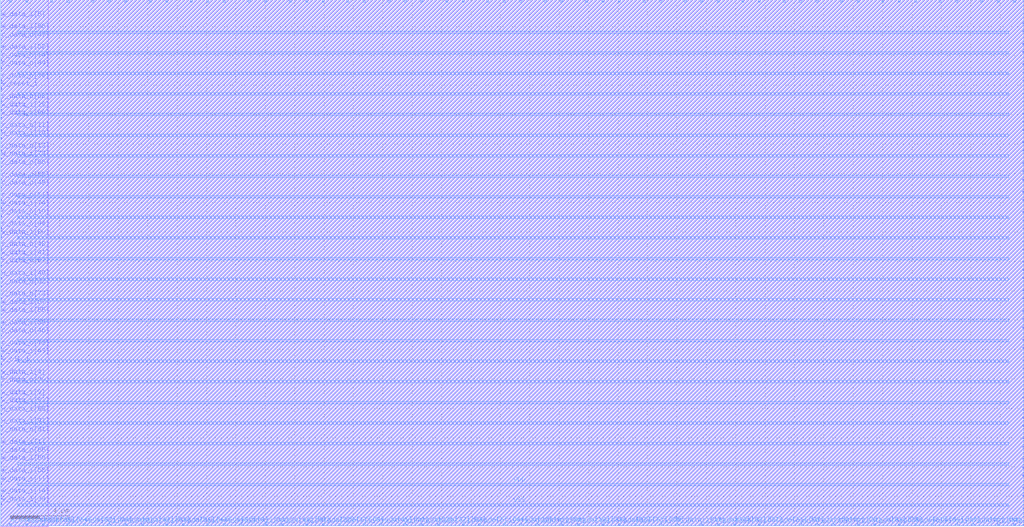
<source format=lef>
VERSION 5.8 ;
BUSBITCHARS "[]" ;
DIVIDERCHAR "/" ;
UNITS
    DATABASE MICRONS 2000 ;
END UNITS

MACRO bsg_mem_p99
  FOREIGN bsg_mem_p99 0 0 ;
  CLASS BLOCK ;
  SIZE 69.605 BY 35.805 ;
  PIN VSS
    USE GROUND ;
    DIRECTION INOUT ;
    PORT
      LAYER metal4 ;
        RECT  1.14 32.115 68.59 32.285 ;
        RECT  1.14 29.315 68.59 29.485 ;
        RECT  1.14 26.515 68.59 26.685 ;
        RECT  1.14 23.715 68.59 23.885 ;
        RECT  1.14 20.915 68.59 21.085 ;
        RECT  1.14 18.115 68.59 18.285 ;
        RECT  1.14 15.315 68.59 15.485 ;
        RECT  1.14 12.515 68.59 12.685 ;
        RECT  1.14 9.715 68.59 9.885 ;
        RECT  1.14 6.915 68.59 7.085 ;
        RECT  1.14 4.115 68.59 4.285 ;
        RECT  1.14 1.315 68.59 1.485 ;
    END
  END VSS
  PIN VDD
    USE POWER ;
    DIRECTION INOUT ;
    PORT
      LAYER metal4 ;
        RECT  1.14 33.515 68.59 33.685 ;
        RECT  1.14 30.715 68.59 30.885 ;
        RECT  1.14 27.915 68.59 28.085 ;
        RECT  1.14 25.115 68.59 25.285 ;
        RECT  1.14 22.315 68.59 22.485 ;
        RECT  1.14 19.515 68.59 19.685 ;
        RECT  1.14 16.715 68.59 16.885 ;
        RECT  1.14 13.915 68.59 14.085 ;
        RECT  1.14 11.115 68.59 11.285 ;
        RECT  1.14 8.315 68.59 8.485 ;
        RECT  1.14 5.515 68.59 5.685 ;
        RECT  1.14 2.715 68.59 2.885 ;
    END
  END VDD
  PIN r_addr_i
    DIRECTION INPUT ;
    USE SIGNAL ;
    PORT
      LAYER metal4 ;
        RECT  44.825 0 44.965 0.14 ;
    END
  END r_addr_i
  PIN r_data_o[0]
    DIRECTION OUTPUT ;
    USE SIGNAL ;
    PORT
      LAYER metal3 ;
        RECT  69.535 9.275 69.605 9.345 ;
    END
  END r_data_o[0]
  PIN r_data_o[10]
    DIRECTION OUTPUT ;
    USE SIGNAL ;
    PORT
      LAYER metal3 ;
        RECT  0 21.035 0.07 21.105 ;
    END
  END r_data_o[10]
  PIN r_data_o[11]
    DIRECTION OUTPUT ;
    USE SIGNAL ;
    PORT
      LAYER metal3 ;
        RECT  0 26.915 0.07 26.985 ;
    END
  END r_data_o[11]
  PIN r_data_o[12]
    DIRECTION OUTPUT ;
    USE SIGNAL ;
    PORT
      LAYER metal3 ;
        RECT  69.535 34.195 69.605 34.265 ;
    END
  END r_data_o[12]
  PIN r_data_o[13]
    DIRECTION OUTPUT ;
    USE SIGNAL ;
    PORT
      LAYER metal3 ;
        RECT  0 25.515 0.07 25.585 ;
    END
  END r_data_o[13]
  PIN r_data_o[14]
    DIRECTION OUTPUT ;
    USE SIGNAL ;
    PORT
      LAYER metal3 ;
        RECT  0 31.675 0.07 31.745 ;
    END
  END r_data_o[14]
  PIN r_data_o[15]
    DIRECTION OUTPUT ;
    USE SIGNAL ;
    PORT
      LAYER metal3 ;
        RECT  69.535 27.475 69.605 27.545 ;
    END
  END r_data_o[15]
  PIN r_data_o[16]
    DIRECTION OUTPUT ;
    USE SIGNAL ;
    PORT
      LAYER metal4 ;
        RECT  34.185 35.665 34.325 35.805 ;
    END
  END r_data_o[16]
  PIN r_data_o[17]
    DIRECTION OUTPUT ;
    USE SIGNAL ;
    PORT
      LAYER metal4 ;
        RECT  21.865 0 22.005 0.14 ;
    END
  END r_data_o[17]
  PIN r_data_o[18]
    DIRECTION OUTPUT ;
    USE SIGNAL ;
    PORT
      LAYER metal4 ;
        RECT  38.105 0 38.245 0.14 ;
    END
  END r_data_o[18]
  PIN r_data_o[19]
    DIRECTION OUTPUT ;
    USE SIGNAL ;
    PORT
      LAYER metal3 ;
        RECT  69.535 18.795 69.605 18.865 ;
    END
  END r_data_o[19]
  PIN r_data_o[1]
    DIRECTION OUTPUT ;
    USE SIGNAL ;
    PORT
      LAYER metal3 ;
        RECT  69.535 5.355 69.605 5.425 ;
    END
  END r_data_o[1]
  PIN r_data_o[20]
    DIRECTION OUTPUT ;
    USE SIGNAL ;
    PORT
      LAYER metal4 ;
        RECT  11.225 35.665 11.365 35.805 ;
    END
  END r_data_o[20]
  PIN r_data_o[21]
    DIRECTION OUTPUT ;
    USE SIGNAL ;
    PORT
      LAYER metal4 ;
        RECT  51.545 0 51.685 0.14 ;
    END
  END r_data_o[21]
  PIN r_data_o[22]
    DIRECTION OUTPUT ;
    USE SIGNAL ;
    PORT
      LAYER metal4 ;
        RECT  34.185 0 34.325 0.14 ;
    END
  END r_data_o[22]
  PIN r_data_o[23]
    DIRECTION OUTPUT ;
    USE SIGNAL ;
    PORT
      LAYER metal4 ;
        RECT  46.505 35.665 46.645 35.805 ;
    END
  END r_data_o[23]
  PIN r_data_o[24]
    DIRECTION OUTPUT ;
    USE SIGNAL ;
    PORT
      LAYER metal3 ;
        RECT  69.535 22.715 69.605 22.785 ;
    END
  END r_data_o[24]
  PIN r_data_o[25]
    DIRECTION OUTPUT ;
    USE SIGNAL ;
    PORT
      LAYER metal4 ;
        RECT  56.585 0 56.725 0.14 ;
    END
  END r_data_o[25]
  PIN r_data_o[26]
    DIRECTION OUTPUT ;
    USE SIGNAL ;
    PORT
      LAYER metal3 ;
        RECT  69.535 32.795 69.605 32.865 ;
    END
  END r_data_o[26]
  PIN r_data_o[27]
    DIRECTION OUTPUT ;
    USE SIGNAL ;
    PORT
      LAYER metal3 ;
        RECT  69.535 30.275 69.605 30.345 ;
    END
  END r_data_o[27]
  PIN r_data_o[28]
    DIRECTION OUTPUT ;
    USE SIGNAL ;
    PORT
      LAYER metal4 ;
        RECT  59.385 0 59.525 0.14 ;
    END
  END r_data_o[28]
  PIN r_data_o[29]
    DIRECTION OUTPUT ;
    USE SIGNAL ;
    PORT
      LAYER metal3 ;
        RECT  69.535 20.755 69.605 20.825 ;
    END
  END r_data_o[29]
  PIN r_data_o[2]
    DIRECTION OUTPUT ;
    USE SIGNAL ;
    PORT
      LAYER metal3 ;
        RECT  69.535 20.195 69.605 20.265 ;
    END
  END r_data_o[2]
  PIN r_data_o[30]
    DIRECTION OUTPUT ;
    USE SIGNAL ;
    PORT
      LAYER metal4 ;
        RECT  19.625 35.665 19.765 35.805 ;
    END
  END r_data_o[30]
  PIN r_data_o[31]
    DIRECTION OUTPUT ;
    USE SIGNAL ;
    PORT
      LAYER metal3 ;
        RECT  69.535 7.315 69.605 7.385 ;
    END
  END r_data_o[31]
  PIN r_data_o[32]
    DIRECTION OUTPUT ;
    USE SIGNAL ;
    PORT
      LAYER metal4 ;
        RECT  40.905 35.665 41.045 35.805 ;
    END
  END r_data_o[32]
  PIN r_data_o[33]
    DIRECTION OUTPUT ;
    USE SIGNAL ;
    PORT
      LAYER metal3 ;
        RECT  69.535 21.315 69.605 21.385 ;
    END
  END r_data_o[33]
  PIN r_data_o[34]
    DIRECTION OUTPUT ;
    USE SIGNAL ;
    PORT
      LAYER metal3 ;
        RECT  0 30.275 0.07 30.345 ;
    END
  END r_data_o[34]
  PIN r_data_o[35]
    DIRECTION OUTPUT ;
    USE SIGNAL ;
    PORT
      LAYER metal4 ;
        RECT  64.985 35.665 65.125 35.805 ;
    END
  END r_data_o[35]
  PIN r_data_o[36]
    DIRECTION OUTPUT ;
    USE SIGNAL ;
    PORT
      LAYER metal3 ;
        RECT  69.535 26.915 69.605 26.985 ;
    END
  END r_data_o[36]
  PIN r_data_o[37]
    DIRECTION OUTPUT ;
    USE SIGNAL ;
    PORT
      LAYER metal4 ;
        RECT  57.145 35.665 57.285 35.805 ;
    END
  END r_data_o[37]
  PIN r_data_o[38]
    DIRECTION OUTPUT ;
    USE SIGNAL ;
    PORT
      LAYER metal3 ;
        RECT  69.535 13.475 69.605 13.545 ;
    END
  END r_data_o[38]
  PIN r_data_o[39]
    DIRECTION OUTPUT ;
    USE SIGNAL ;
    PORT
      LAYER metal4 ;
        RECT  47.625 0 47.765 0.14 ;
    END
  END r_data_o[39]
  PIN r_data_o[3]
    DIRECTION OUTPUT ;
    USE SIGNAL ;
    PORT
      LAYER metal4 ;
        RECT  31.385 0 31.525 0.14 ;
    END
  END r_data_o[3]
  PIN r_data_o[40]
    DIRECTION OUTPUT ;
    USE SIGNAL ;
    PORT
      LAYER metal4 ;
        RECT  1.705 35.665 1.845 35.805 ;
    END
  END r_data_o[40]
  PIN r_data_o[41]
    DIRECTION OUTPUT ;
    USE SIGNAL ;
    PORT
      LAYER metal3 ;
        RECT  69.535 1.995 69.605 2.065 ;
    END
  END r_data_o[41]
  PIN r_data_o[42]
    DIRECTION OUTPUT ;
    USE SIGNAL ;
    PORT
      LAYER metal4 ;
        RECT  21.865 35.665 22.005 35.805 ;
    END
  END r_data_o[42]
  PIN r_data_o[43]
    DIRECTION OUTPUT ;
    USE SIGNAL ;
    PORT
      LAYER metal4 ;
        RECT  17.945 35.665 18.085 35.805 ;
    END
  END r_data_o[43]
  PIN r_data_o[44]
    DIRECTION OUTPUT ;
    USE SIGNAL ;
    PORT
      LAYER metal4 ;
        RECT  17.945 0 18.085 0.14 ;
    END
  END r_data_o[44]
  PIN r_data_o[45]
    DIRECTION OUTPUT ;
    USE SIGNAL ;
    PORT
      LAYER metal4 ;
        RECT  24.665 0 24.805 0.14 ;
    END
  END r_data_o[45]
  PIN r_data_o[46]
    DIRECTION OUTPUT ;
    USE SIGNAL ;
    PORT
      LAYER metal3 ;
        RECT  0 12.915 0.07 12.985 ;
    END
  END r_data_o[46]
  PIN r_data_o[47]
    DIRECTION OUTPUT ;
    USE SIGNAL ;
    PORT
      LAYER metal3 ;
        RECT  0 33.075 0.07 33.145 ;
    END
  END r_data_o[47]
  PIN r_data_o[48]
    DIRECTION OUTPUT ;
    USE SIGNAL ;
    PORT
      LAYER metal3 ;
        RECT  0 18.795 0.07 18.865 ;
    END
  END r_data_o[48]
  PIN r_data_o[49]
    DIRECTION OUTPUT ;
    USE SIGNAL ;
    PORT
      LAYER metal3 ;
        RECT  0 22.995 0.07 23.065 ;
    END
  END r_data_o[49]
  PIN r_data_o[4]
    DIRECTION OUTPUT ;
    USE SIGNAL ;
    PORT
      LAYER metal3 ;
        RECT  69.535 11.235 69.605 11.305 ;
    END
  END r_data_o[4]
  PIN r_data_o[50]
    DIRECTION OUTPUT ;
    USE SIGNAL ;
    PORT
      LAYER metal4 ;
        RECT  67.785 0 67.925 0.14 ;
    END
  END r_data_o[50]
  PIN r_data_o[51]
    DIRECTION OUTPUT ;
    USE SIGNAL ;
    PORT
      LAYER metal3 ;
        RECT  0 22.155 0.07 22.225 ;
    END
  END r_data_o[51]
  PIN r_data_o[52]
    DIRECTION OUTPUT ;
    USE SIGNAL ;
    PORT
      LAYER metal4 ;
        RECT  26.345 35.665 26.485 35.805 ;
    END
  END r_data_o[52]
  PIN r_data_o[53]
    DIRECTION OUTPUT ;
    USE SIGNAL ;
    PORT
      LAYER metal4 ;
        RECT  15.145 35.665 15.285 35.805 ;
    END
  END r_data_o[53]
  PIN r_data_o[54]
    DIRECTION OUTPUT ;
    USE SIGNAL ;
    PORT
      LAYER metal3 ;
        RECT  69.535 28.035 69.605 28.105 ;
    END
  END r_data_o[54]
  PIN r_data_o[55]
    DIRECTION OUTPUT ;
    USE SIGNAL ;
    PORT
      LAYER metal3 ;
        RECT  69.535 15.435 69.605 15.505 ;
    END
  END r_data_o[55]
  PIN r_data_o[56]
    DIRECTION OUTPUT ;
    USE SIGNAL ;
    PORT
      LAYER metal4 ;
        RECT  55.465 0 55.605 0.14 ;
    END
  END r_data_o[56]
  PIN r_data_o[57]
    DIRECTION OUTPUT ;
    USE SIGNAL ;
    PORT
      LAYER metal3 ;
        RECT  69.535 2.555 69.605 2.625 ;
    END
  END r_data_o[57]
  PIN r_data_o[58]
    DIRECTION OUTPUT ;
    USE SIGNAL ;
    PORT
      LAYER metal4 ;
        RECT  38.105 35.665 38.245 35.805 ;
    END
  END r_data_o[58]
  PIN r_data_o[59]
    DIRECTION OUTPUT ;
    USE SIGNAL ;
    PORT
      LAYER metal3 ;
        RECT  69.535 32.235 69.605 32.305 ;
    END
  END r_data_o[59]
  PIN r_data_o[5]
    DIRECTION OUTPUT ;
    USE SIGNAL ;
    PORT
      LAYER metal4 ;
        RECT  7.305 35.665 7.445 35.805 ;
    END
  END r_data_o[5]
  PIN r_data_o[60]
    DIRECTION OUTPUT ;
    USE SIGNAL ;
    PORT
      LAYER metal4 ;
        RECT  58.265 35.665 58.405 35.805 ;
    END
  END r_data_o[60]
  PIN r_data_o[61]
    DIRECTION OUTPUT ;
    USE SIGNAL ;
    PORT
      LAYER metal3 ;
        RECT  0 6.195 0.07 6.265 ;
    END
  END r_data_o[61]
  PIN r_data_o[62]
    DIRECTION OUTPUT ;
    USE SIGNAL ;
    PORT
      LAYER metal3 ;
        RECT  0 16.275 0.07 16.345 ;
    END
  END r_data_o[62]
  PIN r_data_o[63]
    DIRECTION OUTPUT ;
    USE SIGNAL ;
    PORT
      LAYER metal3 ;
        RECT  69.535 30.835 69.605 30.905 ;
    END
  END r_data_o[63]
  PIN r_data_o[64]
    DIRECTION OUTPUT ;
    USE SIGNAL ;
    PORT
      LAYER metal4 ;
        RECT  23.545 35.665 23.685 35.805 ;
    END
  END r_data_o[64]
  PIN r_data_o[65]
    DIRECTION OUTPUT ;
    USE SIGNAL ;
    PORT
      LAYER metal4 ;
        RECT  16.825 35.665 16.965 35.805 ;
    END
  END r_data_o[65]
  PIN r_data_o[66]
    DIRECTION OUTPUT ;
    USE SIGNAL ;
    PORT
      LAYER metal4 ;
        RECT  66.105 0 66.245 0.14 ;
    END
  END r_data_o[66]
  PIN r_data_o[67]
    DIRECTION OUTPUT ;
    USE SIGNAL ;
    PORT
      LAYER metal3 ;
        RECT  0 17.675 0.07 17.745 ;
    END
  END r_data_o[67]
  PIN r_data_o[68]
    DIRECTION OUTPUT ;
    USE SIGNAL ;
    PORT
      LAYER metal3 ;
        RECT  0 28.875 0.07 28.945 ;
    END
  END r_data_o[68]
  PIN r_data_o[69]
    DIRECTION OUTPUT ;
    USE SIGNAL ;
    PORT
      LAYER metal4 ;
        RECT  20.745 35.665 20.885 35.805 ;
    END
  END r_data_o[69]
  PIN r_data_o[6]
    DIRECTION OUTPUT ;
    USE SIGNAL ;
    PORT
      LAYER metal4 ;
        RECT  7.305 0 7.445 0.14 ;
    END
  END r_data_o[6]
  PIN r_data_o[70]
    DIRECTION OUTPUT ;
    USE SIGNAL ;
    PORT
      LAYER metal3 ;
        RECT  0 9.555 0.07 9.625 ;
    END
  END r_data_o[70]
  PIN r_data_o[71]
    DIRECTION OUTPUT ;
    USE SIGNAL ;
    PORT
      LAYER metal3 ;
        RECT  69.535 3.955 69.605 4.025 ;
    END
  END r_data_o[71]
  PIN r_data_o[72]
    DIRECTION OUTPUT ;
    USE SIGNAL ;
    PORT
      LAYER metal3 ;
        RECT  0 12.075 0.07 12.145 ;
    END
  END r_data_o[72]
  PIN r_data_o[73]
    DIRECTION OUTPUT ;
    USE SIGNAL ;
    PORT
      LAYER metal3 ;
        RECT  0 15.435 0.07 15.505 ;
    END
  END r_data_o[73]
  PIN r_data_o[74]
    DIRECTION OUTPUT ;
    USE SIGNAL ;
    PORT
      LAYER metal4 ;
        RECT  53.225 35.665 53.365 35.805 ;
    END
  END r_data_o[74]
  PIN r_data_o[75]
    DIRECTION OUTPUT ;
    USE SIGNAL ;
    PORT
      LAYER metal4 ;
        RECT  24.665 35.665 24.805 35.805 ;
    END
  END r_data_o[75]
  PIN r_data_o[76]
    DIRECTION OUTPUT ;
    USE SIGNAL ;
    PORT
      LAYER metal4 ;
        RECT  67.785 35.665 67.925 35.805 ;
    END
  END r_data_o[76]
  PIN r_data_o[77]
    DIRECTION OUTPUT ;
    USE SIGNAL ;
    PORT
      LAYER metal4 ;
        RECT  28.585 0 28.725 0.14 ;
    END
  END r_data_o[77]
  PIN r_data_o[78]
    DIRECTION OUTPUT ;
    USE SIGNAL ;
    PORT
      LAYER metal3 ;
        RECT  69.535 15.995 69.605 16.065 ;
    END
  END r_data_o[78]
  PIN r_data_o[79]
    DIRECTION OUTPUT ;
    USE SIGNAL ;
    PORT
      LAYER metal4 ;
        RECT  55.465 35.665 55.605 35.805 ;
    END
  END r_data_o[79]
  PIN r_data_o[7]
    DIRECTION OUTPUT ;
    USE SIGNAL ;
    PORT
      LAYER metal3 ;
        RECT  69.535 25.515 69.605 25.585 ;
    END
  END r_data_o[7]
  PIN r_data_o[80]
    DIRECTION OUTPUT ;
    USE SIGNAL ;
    PORT
      LAYER metal3 ;
        RECT  69.535 10.675 69.605 10.745 ;
    END
  END r_data_o[80]
  PIN r_data_o[81]
    DIRECTION OUTPUT ;
    USE SIGNAL ;
    PORT
      LAYER metal4 ;
        RECT  58.265 0 58.405 0.14 ;
    END
  END r_data_o[81]
  PIN r_data_o[82]
    DIRECTION OUTPUT ;
    USE SIGNAL ;
    PORT
      LAYER metal4 ;
        RECT  27.465 35.665 27.605 35.805 ;
    END
  END r_data_o[82]
  PIN r_data_o[83]
    DIRECTION OUTPUT ;
    USE SIGNAL ;
    PORT
      LAYER metal3 ;
        RECT  69.535 7.875 69.605 7.945 ;
    END
  END r_data_o[83]
  PIN r_data_o[84]
    DIRECTION OUTPUT ;
    USE SIGNAL ;
    PORT
      LAYER metal3 ;
        RECT  0 20.195 0.07 20.265 ;
    END
  END r_data_o[84]
  PIN r_data_o[85]
    DIRECTION OUTPUT ;
    USE SIGNAL ;
    PORT
      LAYER metal3 ;
        RECT  0 4.795 0.07 4.865 ;
    END
  END r_data_o[85]
  PIN r_data_o[86]
    DIRECTION OUTPUT ;
    USE SIGNAL ;
    PORT
      LAYER metal4 ;
        RECT  36.425 0 36.565 0.14 ;
    END
  END r_data_o[86]
  PIN r_data_o[87]
    DIRECTION OUTPUT ;
    USE SIGNAL ;
    PORT
      LAYER metal3 ;
        RECT  69.535 22.155 69.605 22.225 ;
    END
  END r_data_o[87]
  PIN r_data_o[88]
    DIRECTION OUTPUT ;
    USE SIGNAL ;
    PORT
      LAYER metal3 ;
        RECT  0 23.555 0.07 23.625 ;
    END
  END r_data_o[88]
  PIN r_data_o[89]
    DIRECTION OUTPUT ;
    USE SIGNAL ;
    PORT
      LAYER metal3 ;
        RECT  0 31.115 0.07 31.185 ;
    END
  END r_data_o[89]
  PIN r_data_o[8]
    DIRECTION OUTPUT ;
    USE SIGNAL ;
    PORT
      LAYER metal4 ;
        RECT  22.985 0 23.125 0.14 ;
    END
  END r_data_o[8]
  PIN r_data_o[90]
    DIRECTION OUTPUT ;
    USE SIGNAL ;
    PORT
      LAYER metal4 ;
        RECT  28.585 35.665 28.725 35.805 ;
    END
  END r_data_o[90]
  PIN r_data_o[91]
    DIRECTION OUTPUT ;
    USE SIGNAL ;
    PORT
      LAYER metal4 ;
        RECT  11.225 0 11.365 0.14 ;
    END
  END r_data_o[91]
  PIN r_data_o[92]
    DIRECTION OUTPUT ;
    USE SIGNAL ;
    PORT
      LAYER metal4 ;
        RECT  51.545 35.665 51.685 35.805 ;
    END
  END r_data_o[92]
  PIN r_data_o[93]
    DIRECTION OUTPUT ;
    USE SIGNAL ;
    PORT
      LAYER metal4 ;
        RECT  68.905 35.665 69.045 35.805 ;
    END
  END r_data_o[93]
  PIN r_data_o[94]
    DIRECTION OUTPUT ;
    USE SIGNAL ;
    PORT
      LAYER metal3 ;
        RECT  69.535 12.635 69.605 12.705 ;
    END
  END r_data_o[94]
  PIN r_data_o[95]
    DIRECTION OUTPUT ;
    USE SIGNAL ;
    PORT
      LAYER metal4 ;
        RECT  59.945 35.665 60.085 35.805 ;
    END
  END r_data_o[95]
  PIN r_data_o[96]
    DIRECTION OUTPUT ;
    USE SIGNAL ;
    PORT
      LAYER metal3 ;
        RECT  0 24.395 0.07 24.465 ;
    END
  END r_data_o[96]
  PIN r_data_o[97]
    DIRECTION OUTPUT ;
    USE SIGNAL ;
    PORT
      LAYER metal4 ;
        RECT  35.305 35.665 35.445 35.805 ;
    END
  END r_data_o[97]
  PIN r_data_o[98]
    DIRECTION OUTPUT ;
    USE SIGNAL ;
    PORT
      LAYER metal4 ;
        RECT  52.665 0 52.805 0.14 ;
    END
  END r_data_o[98]
  PIN r_data_o[9]
    DIRECTION OUTPUT ;
    USE SIGNAL ;
    PORT
      LAYER metal3 ;
        RECT  69.535 28.875 69.605 28.945 ;
    END
  END r_data_o[9]
  PIN r_v_i
    DIRECTION INPUT ;
    USE SIGNAL ;
    PORT
      LAYER metal4 ;
        RECT  50.425 35.665 50.565 35.805 ;
    END
  END r_v_i
  PIN w_addr_i
    DIRECTION INPUT ;
    USE SIGNAL ;
    PORT
      LAYER metal3 ;
        RECT  69.535 19.355 69.605 19.425 ;
    END
  END w_addr_i
  PIN w_clk_i
    DIRECTION INPUT ;
    USE SIGNAL ;
    PORT
      LAYER metal3 ;
        RECT  0 10.955 0.07 11.025 ;
    END
  END w_clk_i
  PIN w_data_i[0]
    DIRECTION INPUT ;
    USE SIGNAL ;
    PORT
      LAYER metal4 ;
        RECT  0.585 35.665 0.725 35.805 ;
    END
  END w_data_i[0]
  PIN w_data_i[10]
    DIRECTION INPUT ;
    USE SIGNAL ;
    PORT
      LAYER metal3 ;
        RECT  0 26.355 0.07 26.425 ;
    END
  END w_data_i[10]
  PIN w_data_i[11]
    DIRECTION INPUT ;
    USE SIGNAL ;
    PORT
      LAYER metal3 ;
        RECT  0 2.835 0.07 2.905 ;
    END
  END w_data_i[11]
  PIN w_data_i[12]
    DIRECTION INPUT ;
    USE SIGNAL ;
    PORT
      LAYER metal4 ;
        RECT  43.705 35.665 43.845 35.805 ;
    END
  END w_data_i[12]
  PIN w_data_i[13]
    DIRECTION INPUT ;
    USE SIGNAL ;
    PORT
      LAYER metal3 ;
        RECT  69.535 5.915 69.605 5.985 ;
    END
  END w_data_i[13]
  PIN w_data_i[14]
    DIRECTION INPUT ;
    USE SIGNAL ;
    PORT
      LAYER metal3 ;
        RECT  0 1.995 0.07 2.065 ;
    END
  END w_data_i[14]
  PIN w_data_i[15]
    DIRECTION INPUT ;
    USE SIGNAL ;
    PORT
      LAYER metal4 ;
        RECT  4.505 35.665 4.645 35.805 ;
    END
  END w_data_i[15]
  PIN w_data_i[16]
    DIRECTION INPUT ;
    USE SIGNAL ;
    PORT
      LAYER metal4 ;
        RECT  63.305 0 63.445 0.14 ;
    END
  END w_data_i[16]
  PIN w_data_i[17]
    DIRECTION INPUT ;
    USE SIGNAL ;
    PORT
      LAYER metal4 ;
        RECT  45.945 0 46.085 0.14 ;
    END
  END w_data_i[17]
  PIN w_data_i[18]
    DIRECTION INPUT ;
    USE SIGNAL ;
    PORT
      LAYER metal4 ;
        RECT  12.905 35.665 13.045 35.805 ;
    END
  END w_data_i[18]
  PIN w_data_i[19]
    DIRECTION INPUT ;
    USE SIGNAL ;
    PORT
      LAYER metal4 ;
        RECT  42.025 35.665 42.165 35.805 ;
    END
  END w_data_i[19]
  PIN w_data_i[1]
    DIRECTION INPUT ;
    USE SIGNAL ;
    PORT
      LAYER metal3 ;
        RECT  0 5.355 0.07 5.425 ;
    END
  END w_data_i[1]
  PIN w_data_i[20]
    DIRECTION INPUT ;
    USE SIGNAL ;
    PORT
      LAYER metal4 ;
        RECT  36.985 35.665 37.125 35.805 ;
    END
  END w_data_i[20]
  PIN w_data_i[21]
    DIRECTION INPUT ;
    USE SIGNAL ;
    PORT
      LAYER metal4 ;
        RECT  61.065 0 61.205 0.14 ;
    END
  END w_data_i[21]
  PIN w_data_i[22]
    DIRECTION INPUT ;
    USE SIGNAL ;
    PORT
      LAYER metal4 ;
        RECT  62.185 35.665 62.325 35.805 ;
    END
  END w_data_i[22]
  PIN w_data_i[23]
    DIRECTION INPUT ;
    USE SIGNAL ;
    PORT
      LAYER metal4 ;
        RECT  27.465 0 27.605 0.14 ;
    END
  END w_data_i[23]
  PIN w_data_i[24]
    DIRECTION INPUT ;
    USE SIGNAL ;
    PORT
      LAYER metal4 ;
        RECT  5.625 0 5.765 0.14 ;
    END
  END w_data_i[24]
  PIN w_data_i[25]
    DIRECTION INPUT ;
    USE SIGNAL ;
    PORT
      LAYER metal3 ;
        RECT  0 28.315 0.07 28.385 ;
    END
  END w_data_i[25]
  PIN w_data_i[26]
    DIRECTION INPUT ;
    USE SIGNAL ;
    PORT
      LAYER metal3 ;
        RECT  69.535 6.755 69.605 6.825 ;
    END
  END w_data_i[26]
  PIN w_data_i[27]
    DIRECTION INPUT ;
    USE SIGNAL ;
    PORT
      LAYER metal3 ;
        RECT  69.535 16.835 69.605 16.905 ;
    END
  END w_data_i[27]
  PIN w_data_i[28]
    DIRECTION INPUT ;
    USE SIGNAL ;
    PORT
      LAYER metal4 ;
        RECT  20.745 0 20.885 0.14 ;
    END
  END w_data_i[28]
  PIN w_data_i[29]
    DIRECTION INPUT ;
    USE SIGNAL ;
    PORT
      LAYER metal3 ;
        RECT  69.535 23.555 69.605 23.625 ;
    END
  END w_data_i[29]
  PIN w_data_i[2]
    DIRECTION INPUT ;
    USE SIGNAL ;
    PORT
      LAYER metal3 ;
        RECT  69.535 3.395 69.605 3.465 ;
    END
  END w_data_i[2]
  PIN w_data_i[30]
    DIRECTION INPUT ;
    USE SIGNAL ;
    PORT
      LAYER metal4 ;
        RECT  3.385 35.665 3.525 35.805 ;
    END
  END w_data_i[30]
  PIN w_data_i[31]
    DIRECTION INPUT ;
    USE SIGNAL ;
    PORT
      LAYER metal4 ;
        RECT  14.025 35.665 14.165 35.805 ;
    END
  END w_data_i[31]
  PIN w_data_i[32]
    DIRECTION INPUT ;
    USE SIGNAL ;
    PORT
      LAYER metal4 ;
        RECT  39.225 0 39.365 0.14 ;
    END
  END w_data_i[32]
  PIN w_data_i[33]
    DIRECTION INPUT ;
    USE SIGNAL ;
    PORT
      LAYER metal4 ;
        RECT  16.265 0 16.405 0.14 ;
    END
  END w_data_i[33]
  PIN w_data_i[34]
    DIRECTION INPUT ;
    USE SIGNAL ;
    PORT
      LAYER metal4 ;
        RECT  2.825 0 2.965 0.14 ;
    END
  END w_data_i[34]
  PIN w_data_i[35]
    DIRECTION INPUT ;
    USE SIGNAL ;
    PORT
      LAYER metal4 ;
        RECT  54.345 0 54.485 0.14 ;
    END
  END w_data_i[35]
  PIN w_data_i[36]
    DIRECTION INPUT ;
    USE SIGNAL ;
    PORT
      LAYER metal4 ;
        RECT  68.905 0 69.045 0.14 ;
    END
  END w_data_i[36]
  PIN w_data_i[37]
    DIRECTION INPUT ;
    USE SIGNAL ;
    PORT
      LAYER metal4 ;
        RECT  61.065 35.665 61.205 35.805 ;
    END
  END w_data_i[37]
  PIN w_data_i[38]
    DIRECTION INPUT ;
    USE SIGNAL ;
    PORT
      LAYER metal3 ;
        RECT  0 1.435 0.07 1.505 ;
    END
  END w_data_i[38]
  PIN w_data_i[39]
    DIRECTION INPUT ;
    USE SIGNAL ;
    PORT
      LAYER metal3 ;
        RECT  0 13.475 0.07 13.545 ;
    END
  END w_data_i[39]
  PIN w_data_i[3]
    DIRECTION INPUT ;
    USE SIGNAL ;
    PORT
      LAYER metal4 ;
        RECT  33.065 35.665 33.205 35.805 ;
    END
  END w_data_i[3]
  PIN w_data_i[40]
    DIRECTION INPUT ;
    USE SIGNAL ;
    PORT
      LAYER metal3 ;
        RECT  0 16.835 0.07 16.905 ;
    END
  END w_data_i[40]
  PIN w_data_i[41]
    DIRECTION INPUT ;
    USE SIGNAL ;
    PORT
      LAYER metal3 ;
        RECT  0 18.235 0.07 18.305 ;
    END
  END w_data_i[41]
  PIN w_data_i[42]
    DIRECTION INPUT ;
    USE SIGNAL ;
    PORT
      LAYER metal4 ;
        RECT  12.345 0 12.485 0.14 ;
    END
  END w_data_i[42]
  PIN w_data_i[43]
    DIRECTION INPUT ;
    USE SIGNAL ;
    PORT
      LAYER metal3 ;
        RECT  0 11.515 0.07 11.585 ;
    END
  END w_data_i[43]
  PIN w_data_i[44]
    DIRECTION INPUT ;
    USE SIGNAL ;
    PORT
      LAYER metal4 ;
        RECT  32.505 0 32.645 0.14 ;
    END
  END w_data_i[44]
  PIN w_data_i[45]
    DIRECTION INPUT ;
    USE SIGNAL ;
    PORT
      LAYER metal3 ;
        RECT  69.535 31.395 69.605 31.465 ;
    END
  END w_data_i[45]
  PIN w_data_i[46]
    DIRECTION INPUT ;
    USE SIGNAL ;
    PORT
      LAYER metal4 ;
        RECT  8.425 35.665 8.565 35.805 ;
    END
  END w_data_i[46]
  PIN w_data_i[47]
    DIRECTION INPUT ;
    USE SIGNAL ;
    PORT
      LAYER metal4 ;
        RECT  39.785 35.665 39.925 35.805 ;
    END
  END w_data_i[47]
  PIN w_data_i[48]
    DIRECTION INPUT ;
    USE SIGNAL ;
    PORT
      LAYER metal4 ;
        RECT  8.425 0 8.565 0.14 ;
    END
  END w_data_i[48]
  PIN w_data_i[49]
    DIRECTION INPUT ;
    USE SIGNAL ;
    PORT
      LAYER metal3 ;
        RECT  69.535 12.075 69.605 12.145 ;
    END
  END w_data_i[49]
  PIN w_data_i[4]
    DIRECTION INPUT ;
    USE SIGNAL ;
    PORT
      LAYER metal3 ;
        RECT  0 10.115 0.07 10.185 ;
    END
  END w_data_i[4]
  PIN w_data_i[50]
    DIRECTION INPUT ;
    USE SIGNAL ;
    PORT
      LAYER metal3 ;
        RECT  0 4.235 0.07 4.305 ;
    END
  END w_data_i[50]
  PIN w_data_i[51]
    DIRECTION INPUT ;
    USE SIGNAL ;
    PORT
      LAYER metal3 ;
        RECT  69.535 17.955 69.605 18.025 ;
    END
  END w_data_i[51]
  PIN w_data_i[52]
    DIRECTION INPUT ;
    USE SIGNAL ;
    PORT
      LAYER metal3 ;
        RECT  0 32.235 0.07 32.305 ;
    END
  END w_data_i[52]
  PIN w_data_i[53]
    DIRECTION INPUT ;
    USE SIGNAL ;
    PORT
      LAYER metal3 ;
        RECT  0 8.155 0.07 8.225 ;
    END
  END w_data_i[53]
  PIN w_data_i[54]
    DIRECTION INPUT ;
    USE SIGNAL ;
    PORT
      LAYER metal3 ;
        RECT  69.535 29.435 69.605 29.505 ;
    END
  END w_data_i[54]
  PIN w_data_i[55]
    DIRECTION INPUT ;
    USE SIGNAL ;
    PORT
      LAYER metal3 ;
        RECT  0 14.315 0.07 14.385 ;
    END
  END w_data_i[55]
  PIN w_data_i[56]
    DIRECTION INPUT ;
    USE SIGNAL ;
    PORT
      LAYER metal4 ;
        RECT  19.065 0 19.205 0.14 ;
    END
  END w_data_i[56]
  PIN w_data_i[57]
    DIRECTION INPUT ;
    USE SIGNAL ;
    PORT
      LAYER metal3 ;
        RECT  69.535 14.035 69.605 14.105 ;
    END
  END w_data_i[57]
  PIN w_data_i[58]
    DIRECTION INPUT ;
    USE SIGNAL ;
    PORT
      LAYER metal3 ;
        RECT  0 3.395 0.07 3.465 ;
    END
  END w_data_i[58]
  PIN w_data_i[59]
    DIRECTION INPUT ;
    USE SIGNAL ;
    PORT
      LAYER metal3 ;
        RECT  69.535 4.515 69.605 4.585 ;
    END
  END w_data_i[59]
  PIN w_data_i[5]
    DIRECTION INPUT ;
    USE SIGNAL ;
    PORT
      LAYER metal3 ;
        RECT  0 34.475 0.07 34.545 ;
    END
  END w_data_i[5]
  PIN w_data_i[60]
    DIRECTION INPUT ;
    USE SIGNAL ;
    PORT
      LAYER metal4 ;
        RECT  62.185 0 62.325 0.14 ;
    END
  END w_data_i[60]
  PIN w_data_i[61]
    DIRECTION INPUT ;
    USE SIGNAL ;
    PORT
      LAYER metal4 ;
        RECT  9.545 0 9.685 0.14 ;
    END
  END w_data_i[61]
  PIN w_data_i[62]
    DIRECTION INPUT ;
    USE SIGNAL ;
    PORT
      LAYER metal4 ;
        RECT  29.705 0 29.845 0.14 ;
    END
  END w_data_i[62]
  PIN w_data_i[63]
    DIRECTION INPUT ;
    USE SIGNAL ;
    PORT
      LAYER metal3 ;
        RECT  69.535 10.115 69.605 10.185 ;
    END
  END w_data_i[63]
  PIN w_data_i[64]
    DIRECTION INPUT ;
    USE SIGNAL ;
    PORT
      LAYER metal3 ;
        RECT  69.535 33.635 69.605 33.705 ;
    END
  END w_data_i[64]
  PIN w_data_i[65]
    DIRECTION INPUT ;
    USE SIGNAL ;
    PORT
      LAYER metal3 ;
        RECT  0 7.595 0.07 7.665 ;
    END
  END w_data_i[65]
  PIN w_data_i[66]
    DIRECTION INPUT ;
    USE SIGNAL ;
    PORT
      LAYER metal4 ;
        RECT  64.985 0 65.125 0.14 ;
    END
  END w_data_i[66]
  PIN w_data_i[67]
    DIRECTION INPUT ;
    USE SIGNAL ;
    PORT
      LAYER metal3 ;
        RECT  0 14.875 0.07 14.945 ;
    END
  END w_data_i[67]
  PIN w_data_i[68]
    DIRECTION INPUT ;
    USE SIGNAL ;
    PORT
      LAYER metal3 ;
        RECT  69.535 14.595 69.605 14.665 ;
    END
  END w_data_i[68]
  PIN w_data_i[69]
    DIRECTION INPUT ;
    USE SIGNAL ;
    PORT
      LAYER metal4 ;
        RECT  1.705 0 1.845 0.14 ;
    END
  END w_data_i[69]
  PIN w_data_i[6]
    DIRECTION INPUT ;
    USE SIGNAL ;
    PORT
      LAYER metal3 ;
        RECT  69.535 26.075 69.605 26.145 ;
    END
  END w_data_i[6]
  PIN w_data_i[70]
    DIRECTION INPUT ;
    USE SIGNAL ;
    PORT
      LAYER metal4 ;
        RECT  66.665 35.665 66.805 35.805 ;
    END
  END w_data_i[70]
  PIN w_data_i[71]
    DIRECTION INPUT ;
    USE SIGNAL ;
    PORT
      LAYER metal3 ;
        RECT  69.535 1.155 69.605 1.225 ;
    END
  END w_data_i[71]
  PIN w_data_i[72]
    DIRECTION INPUT ;
    USE SIGNAL ;
    PORT
      LAYER metal4 ;
        RECT  63.865 35.665 64.005 35.805 ;
    END
  END w_data_i[72]
  PIN w_data_i[73]
    DIRECTION INPUT ;
    USE SIGNAL ;
    PORT
      LAYER metal4 ;
        RECT  42.025 0 42.165 0.14 ;
    END
  END w_data_i[73]
  PIN w_data_i[74]
    DIRECTION INPUT ;
    USE SIGNAL ;
    PORT
      LAYER metal3 ;
        RECT  0 21.595 0.07 21.665 ;
    END
  END w_data_i[74]
  PIN w_data_i[75]
    DIRECTION INPUT ;
    USE SIGNAL ;
    PORT
      LAYER metal4 ;
        RECT  43.145 0 43.285 0.14 ;
    END
  END w_data_i[75]
  PIN w_data_i[76]
    DIRECTION INPUT ;
    USE SIGNAL ;
    PORT
      LAYER metal4 ;
        RECT  0.585 0 0.725 0.14 ;
    END
  END w_data_i[76]
  PIN w_data_i[77]
    DIRECTION INPUT ;
    USE SIGNAL ;
    PORT
      LAYER metal4 ;
        RECT  49.865 0 50.005 0.14 ;
    END
  END w_data_i[77]
  PIN w_data_i[78]
    DIRECTION INPUT ;
    USE SIGNAL ;
    PORT
      LAYER metal3 ;
        RECT  0 24.955 0.07 25.025 ;
    END
  END w_data_i[78]
  PIN w_data_i[79]
    DIRECTION INPUT ;
    USE SIGNAL ;
    PORT
      LAYER metal4 ;
        RECT  6.185 35.665 6.325 35.805 ;
    END
  END w_data_i[79]
  PIN w_data_i[7]
    DIRECTION INPUT ;
    USE SIGNAL ;
    PORT
      LAYER metal4 ;
        RECT  31.385 35.665 31.525 35.805 ;
    END
  END w_data_i[7]
  PIN w_data_i[80]
    DIRECTION INPUT ;
    USE SIGNAL ;
    PORT
      LAYER metal3 ;
        RECT  0 19.635 0.07 19.705 ;
    END
  END w_data_i[80]
  PIN w_data_i[81]
    DIRECTION INPUT ;
    USE SIGNAL ;
    PORT
      LAYER metal4 ;
        RECT  14.025 0 14.165 0.14 ;
    END
  END w_data_i[81]
  PIN w_data_i[82]
    DIRECTION INPUT ;
    USE SIGNAL ;
    PORT
      LAYER metal4 ;
        RECT  4.505 0 4.645 0.14 ;
    END
  END w_data_i[82]
  PIN w_data_i[83]
    DIRECTION INPUT ;
    USE SIGNAL ;
    PORT
      LAYER metal4 ;
        RECT  44.825 35.665 44.965 35.805 ;
    END
  END w_data_i[83]
  PIN w_data_i[84]
    DIRECTION INPUT ;
    USE SIGNAL ;
    PORT
      LAYER metal4 ;
        RECT  30.265 35.665 30.405 35.805 ;
    END
  END w_data_i[84]
  PIN w_data_i[85]
    DIRECTION INPUT ;
    USE SIGNAL ;
    PORT
      LAYER metal4 ;
        RECT  35.305 0 35.445 0.14 ;
    END
  END w_data_i[85]
  PIN w_data_i[86]
    DIRECTION INPUT ;
    USE SIGNAL ;
    PORT
      LAYER metal4 ;
        RECT  54.345 35.665 54.485 35.805 ;
    END
  END w_data_i[86]
  PIN w_data_i[87]
    DIRECTION INPUT ;
    USE SIGNAL ;
    PORT
      LAYER metal3 ;
        RECT  69.535 8.715 69.605 8.785 ;
    END
  END w_data_i[87]
  PIN w_data_i[88]
    DIRECTION INPUT ;
    USE SIGNAL ;
    PORT
      LAYER metal3 ;
        RECT  0 27.755 0.07 27.825 ;
    END
  END w_data_i[88]
  PIN w_data_i[89]
    DIRECTION INPUT ;
    USE SIGNAL ;
    PORT
      LAYER metal3 ;
        RECT  69.535 24.675 69.605 24.745 ;
    END
  END w_data_i[89]
  PIN w_data_i[8]
    DIRECTION INPUT ;
    USE SIGNAL ;
    PORT
      LAYER metal4 ;
        RECT  15.145 0 15.285 0.14 ;
    END
  END w_data_i[8]
  PIN w_data_i[90]
    DIRECTION INPUT ;
    USE SIGNAL ;
    PORT
      LAYER metal4 ;
        RECT  25.785 0 25.925 0.14 ;
    END
  END w_data_i[90]
  PIN w_data_i[91]
    DIRECTION INPUT ;
    USE SIGNAL ;
    PORT
      LAYER metal3 ;
        RECT  0 6.755 0.07 6.825 ;
    END
  END w_data_i[91]
  PIN w_data_i[92]
    DIRECTION INPUT ;
    USE SIGNAL ;
    PORT
      LAYER metal3 ;
        RECT  69.535 24.115 69.605 24.185 ;
    END
  END w_data_i[92]
  PIN w_data_i[93]
    DIRECTION INPUT ;
    USE SIGNAL ;
    PORT
      LAYER metal4 ;
        RECT  40.905 0 41.045 0.14 ;
    END
  END w_data_i[93]
  PIN w_data_i[94]
    DIRECTION INPUT ;
    USE SIGNAL ;
    PORT
      LAYER metal4 ;
        RECT  48.745 35.665 48.885 35.805 ;
    END
  END w_data_i[94]
  PIN w_data_i[95]
    DIRECTION INPUT ;
    USE SIGNAL ;
    PORT
      LAYER metal4 ;
        RECT  47.625 35.665 47.765 35.805 ;
    END
  END w_data_i[95]
  PIN w_data_i[96]
    DIRECTION INPUT ;
    USE SIGNAL ;
    PORT
      LAYER metal3 ;
        RECT  0 33.635 0.07 33.705 ;
    END
  END w_data_i[96]
  PIN w_data_i[97]
    DIRECTION INPUT ;
    USE SIGNAL ;
    PORT
      LAYER metal4 ;
        RECT  10.105 35.665 10.245 35.805 ;
    END
  END w_data_i[97]
  PIN w_data_i[98]
    DIRECTION INPUT ;
    USE SIGNAL ;
    PORT
      LAYER metal4 ;
        RECT  48.745 0 48.885 0.14 ;
    END
  END w_data_i[98]
  PIN w_data_i[9]
    DIRECTION INPUT ;
    USE SIGNAL ;
    PORT
      LAYER metal3 ;
        RECT  0 8.715 0.07 8.785 ;
    END
  END w_data_i[9]
  PIN w_reset_i
    DIRECTION INPUT ;
    USE SIGNAL ;
    PORT
      LAYER metal3 ;
        RECT  0 29.715 0.07 29.785 ;
    END
  END w_reset_i
  PIN w_v_i
    DIRECTION INPUT ;
    USE SIGNAL ;
    PORT
      LAYER metal3 ;
        RECT  69.535 17.395 69.605 17.465 ;
    END
  END w_v_i
  OBS
    LAYER metal1 ;
     RECT  0 -0.085 3.23 35.805 ;
     RECT  3.23 0 69.605 35.805 ;
    LAYER metal2 ;
     RECT  0 0 69.605 35.805 ;
    LAYER metal3 ;
     RECT  0 0 69.605 35.805 ;
    LAYER metal4 ;
     RECT  0 0 69.605 35.805 ;
  END
END bsg_mem_p99
END LIBRARY

</source>
